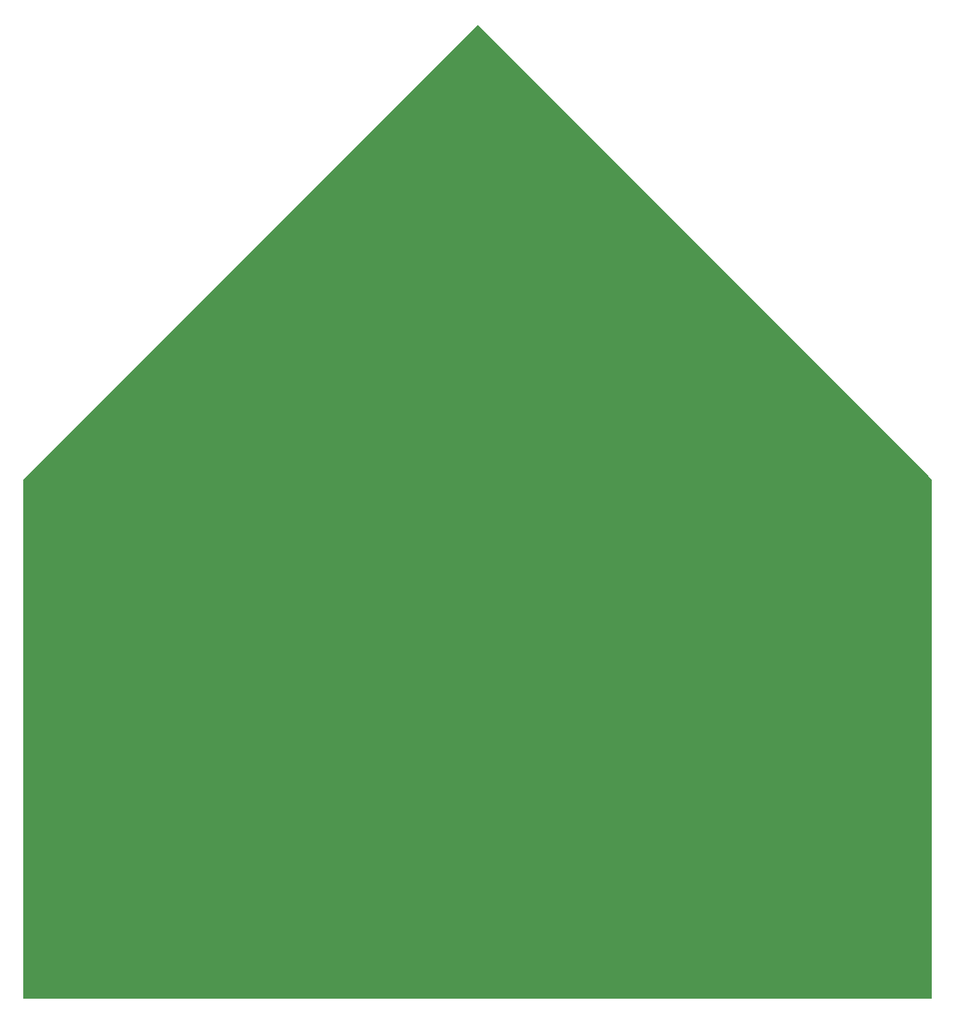
<source format=gbr>
G04 DipTrace 2.4.0.2*
%INBoard.gbr*%
%MOIN*%
%ADD11C,0.006*%
%FSLAX44Y44*%
G04*
G70*
G90*
G75*
G01*
%LNBoardPoly*%
%LPD*%
G36*
X50988Y3934D2*
D11*
Y29253D1*
X28838Y51403D1*
X6688Y29253D1*
Y3934D1*
X50988D1*
G37*
M02*

</source>
